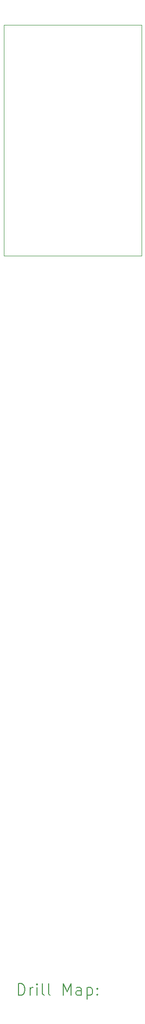
<source format=gbr>
%TF.GenerationSoftware,KiCad,Pcbnew,7.0.10*%
%TF.CreationDate,2024-03-15T22:51:16-04:00*%
%TF.ProjectId,DW1000 BU-01,44573130-3030-4204-9255-2d30312e6b69,rev?*%
%TF.SameCoordinates,Original*%
%TF.FileFunction,Drillmap*%
%TF.FilePolarity,Positive*%
%FSLAX45Y45*%
G04 Gerber Fmt 4.5, Leading zero omitted, Abs format (unit mm)*
G04 Created by KiCad (PCBNEW 7.0.10) date 2024-03-15 22:51:16*
%MOMM*%
%LPD*%
G01*
G04 APERTURE LIST*
%ADD10C,0.100000*%
%ADD11C,0.200000*%
G04 APERTURE END LIST*
D10*
X-25000Y-25000D02*
X2371000Y-25000D01*
X2371000Y-4025000D01*
X-25000Y-4025000D01*
X-25000Y-25000D01*
D11*
X230777Y-16826484D02*
X230777Y-16626484D01*
X230777Y-16626484D02*
X278396Y-16626484D01*
X278396Y-16626484D02*
X306967Y-16636008D01*
X306967Y-16636008D02*
X326015Y-16655055D01*
X326015Y-16655055D02*
X335539Y-16674103D01*
X335539Y-16674103D02*
X345063Y-16712198D01*
X345063Y-16712198D02*
X345063Y-16740769D01*
X345063Y-16740769D02*
X335539Y-16778865D01*
X335539Y-16778865D02*
X326015Y-16797912D01*
X326015Y-16797912D02*
X306967Y-16816960D01*
X306967Y-16816960D02*
X278396Y-16826484D01*
X278396Y-16826484D02*
X230777Y-16826484D01*
X430777Y-16826484D02*
X430777Y-16693150D01*
X430777Y-16731246D02*
X440301Y-16712198D01*
X440301Y-16712198D02*
X449824Y-16702674D01*
X449824Y-16702674D02*
X468872Y-16693150D01*
X468872Y-16693150D02*
X487920Y-16693150D01*
X554586Y-16826484D02*
X554586Y-16693150D01*
X554586Y-16626484D02*
X545063Y-16636008D01*
X545063Y-16636008D02*
X554586Y-16645531D01*
X554586Y-16645531D02*
X564110Y-16636008D01*
X564110Y-16636008D02*
X554586Y-16626484D01*
X554586Y-16626484D02*
X554586Y-16645531D01*
X678396Y-16826484D02*
X659348Y-16816960D01*
X659348Y-16816960D02*
X649824Y-16797912D01*
X649824Y-16797912D02*
X649824Y-16626484D01*
X783158Y-16826484D02*
X764110Y-16816960D01*
X764110Y-16816960D02*
X754586Y-16797912D01*
X754586Y-16797912D02*
X754586Y-16626484D01*
X1011729Y-16826484D02*
X1011729Y-16626484D01*
X1011729Y-16626484D02*
X1078396Y-16769341D01*
X1078396Y-16769341D02*
X1145063Y-16626484D01*
X1145063Y-16626484D02*
X1145063Y-16826484D01*
X1326015Y-16826484D02*
X1326015Y-16721722D01*
X1326015Y-16721722D02*
X1316491Y-16702674D01*
X1316491Y-16702674D02*
X1297444Y-16693150D01*
X1297444Y-16693150D02*
X1259348Y-16693150D01*
X1259348Y-16693150D02*
X1240301Y-16702674D01*
X1326015Y-16816960D02*
X1306967Y-16826484D01*
X1306967Y-16826484D02*
X1259348Y-16826484D01*
X1259348Y-16826484D02*
X1240301Y-16816960D01*
X1240301Y-16816960D02*
X1230777Y-16797912D01*
X1230777Y-16797912D02*
X1230777Y-16778865D01*
X1230777Y-16778865D02*
X1240301Y-16759817D01*
X1240301Y-16759817D02*
X1259348Y-16750293D01*
X1259348Y-16750293D02*
X1306967Y-16750293D01*
X1306967Y-16750293D02*
X1326015Y-16740769D01*
X1421253Y-16693150D02*
X1421253Y-16893150D01*
X1421253Y-16702674D02*
X1440301Y-16693150D01*
X1440301Y-16693150D02*
X1478396Y-16693150D01*
X1478396Y-16693150D02*
X1497443Y-16702674D01*
X1497443Y-16702674D02*
X1506967Y-16712198D01*
X1506967Y-16712198D02*
X1516491Y-16731246D01*
X1516491Y-16731246D02*
X1516491Y-16788389D01*
X1516491Y-16788389D02*
X1506967Y-16807436D01*
X1506967Y-16807436D02*
X1497443Y-16816960D01*
X1497443Y-16816960D02*
X1478396Y-16826484D01*
X1478396Y-16826484D02*
X1440301Y-16826484D01*
X1440301Y-16826484D02*
X1421253Y-16816960D01*
X1602205Y-16807436D02*
X1611729Y-16816960D01*
X1611729Y-16816960D02*
X1602205Y-16826484D01*
X1602205Y-16826484D02*
X1592682Y-16816960D01*
X1592682Y-16816960D02*
X1602205Y-16807436D01*
X1602205Y-16807436D02*
X1602205Y-16826484D01*
X1602205Y-16702674D02*
X1611729Y-16712198D01*
X1611729Y-16712198D02*
X1602205Y-16721722D01*
X1602205Y-16721722D02*
X1592682Y-16712198D01*
X1592682Y-16712198D02*
X1602205Y-16702674D01*
X1602205Y-16702674D02*
X1602205Y-16721722D01*
M02*

</source>
